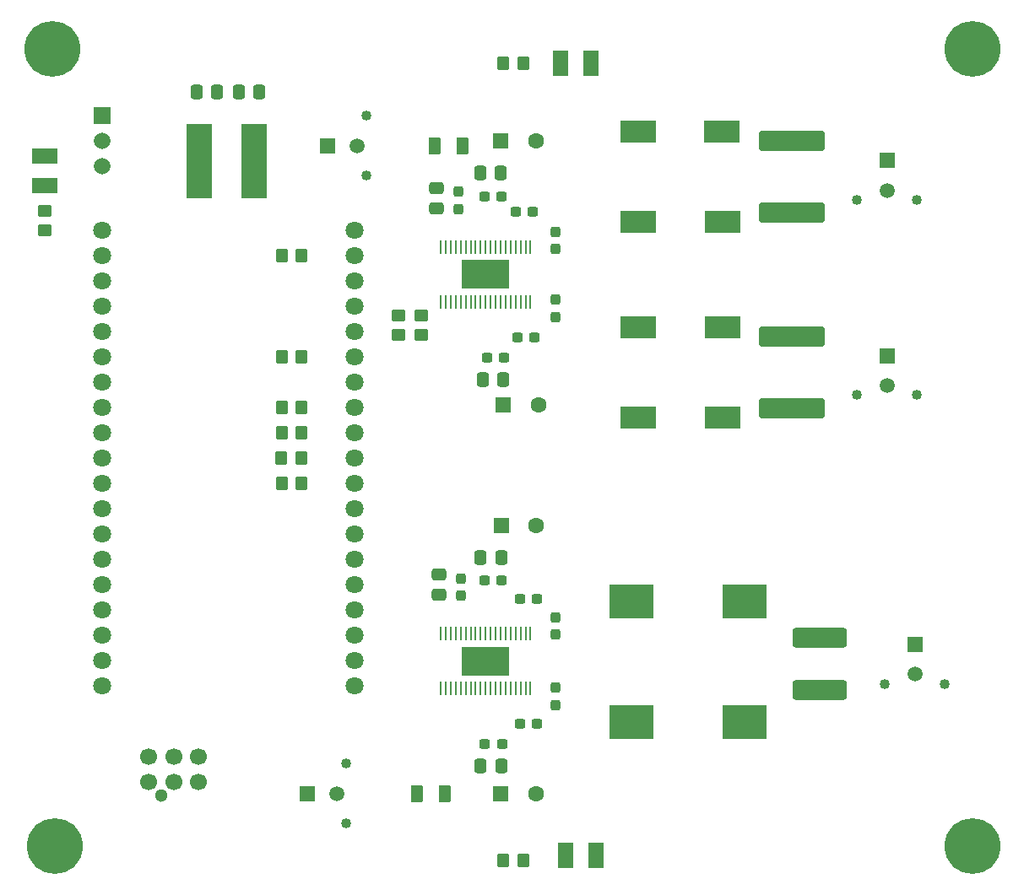
<source format=gts>
G04 #@! TF.GenerationSoftware,KiCad,Pcbnew,8.0.7-8.0.7-0~ubuntu22.04.1*
G04 #@! TF.CreationDate,2025-01-27T17:28:36+02:00*
G04 #@! TF.ProjectId,speaker_amp2,73706561-6b65-4725-9f61-6d70322e6b69,rev?*
G04 #@! TF.SameCoordinates,Original*
G04 #@! TF.FileFunction,Soldermask,Top*
G04 #@! TF.FilePolarity,Negative*
%FSLAX46Y46*%
G04 Gerber Fmt 4.6, Leading zero omitted, Abs format (unit mm)*
G04 Created by KiCad (PCBNEW 8.0.7-8.0.7-0~ubuntu22.04.1) date 2025-01-27 17:28:36*
%MOMM*%
%LPD*%
G01*
G04 APERTURE LIST*
G04 Aperture macros list*
%AMRoundRect*
0 Rectangle with rounded corners*
0 $1 Rounding radius*
0 $2 $3 $4 $5 $6 $7 $8 $9 X,Y pos of 4 corners*
0 Add a 4 corners polygon primitive as box body*
4,1,4,$2,$3,$4,$5,$6,$7,$8,$9,$2,$3,0*
0 Add four circle primitives for the rounded corners*
1,1,$1+$1,$2,$3*
1,1,$1+$1,$4,$5*
1,1,$1+$1,$6,$7*
1,1,$1+$1,$8,$9*
0 Add four rect primitives between the rounded corners*
20,1,$1+$1,$2,$3,$4,$5,0*
20,1,$1+$1,$4,$5,$6,$7,0*
20,1,$1+$1,$6,$7,$8,$9,0*
20,1,$1+$1,$8,$9,$2,$3,0*%
G04 Aperture macros list end*
%ADD10RoundRect,0.237500X0.300000X0.237500X-0.300000X0.237500X-0.300000X-0.237500X0.300000X-0.237500X0*%
%ADD11RoundRect,0.237500X0.237500X-0.300000X0.237500X0.300000X-0.237500X0.300000X-0.237500X-0.300000X0*%
%ADD12R,4.400000X3.400000*%
%ADD13RoundRect,0.250000X-0.337500X-0.475000X0.337500X-0.475000X0.337500X0.475000X-0.337500X0.475000X0*%
%ADD14R,2.600000X1.500000*%
%ADD15RoundRect,0.237500X-0.300000X-0.237500X0.300000X-0.237500X0.300000X0.237500X-0.300000X0.237500X0*%
%ADD16C,3.600000*%
%ADD17C,5.600000*%
%ADD18C,1.020000*%
%ADD19R,1.520000X1.520000*%
%ADD20C,1.520000*%
%ADD21RoundRect,0.250000X0.450000X-0.350000X0.450000X0.350000X-0.450000X0.350000X-0.450000X-0.350000X0*%
%ADD22RoundRect,0.250000X0.350000X0.450000X-0.350000X0.450000X-0.350000X-0.450000X0.350000X-0.450000X0*%
%ADD23R,0.212474X1.355433*%
%ADD24R,4.700001X2.899999*%
%ADD25R,3.600000X2.200000*%
%ADD26R,2.500000X7.500000*%
%ADD27R,1.500000X2.600000*%
%ADD28RoundRect,0.250000X0.375000X0.625000X-0.375000X0.625000X-0.375000X-0.625000X0.375000X-0.625000X0*%
%ADD29C,1.800000*%
%ADD30RoundRect,0.250000X0.337500X0.475000X-0.337500X0.475000X-0.337500X-0.475000X0.337500X-0.475000X0*%
%ADD31RoundRect,0.250000X-0.350000X-0.450000X0.350000X-0.450000X0.350000X0.450000X-0.350000X0.450000X0*%
%ADD32C,1.300000*%
%ADD33C,1.700000*%
%ADD34RoundRect,0.237500X-0.237500X0.300000X-0.237500X-0.300000X0.237500X-0.300000X0.237500X0.300000X0*%
%ADD35R,1.665000X1.665000*%
%ADD36C,1.665000*%
%ADD37RoundRect,0.277778X-3.022222X0.722222X-3.022222X-0.722222X3.022222X-0.722222X3.022222X0.722222X0*%
%ADD38RoundRect,0.249999X-2.450001X0.737501X-2.450001X-0.737501X2.450001X-0.737501X2.450001X0.737501X0*%
%ADD39RoundRect,0.250000X-0.475000X0.337500X-0.475000X-0.337500X0.475000X-0.337500X0.475000X0.337500X0*%
%ADD40RoundRect,0.250000X0.475000X-0.337500X0.475000X0.337500X-0.475000X0.337500X-0.475000X-0.337500X0*%
%ADD41R,1.600000X1.600000*%
%ADD42C,1.600000*%
G04 APERTURE END LIST*
D10*
X89462500Y-83350000D03*
X87737500Y-83350000D03*
X89612500Y-96000000D03*
X87887500Y-96000000D03*
D11*
X91750000Y-132862500D03*
X91750000Y-131137500D03*
D12*
X99300000Y-122500000D03*
X110700000Y-122500000D03*
D13*
X59962500Y-71350000D03*
X62037500Y-71350000D03*
D11*
X91750000Y-125812500D03*
X91750000Y-124087500D03*
D14*
X40500000Y-77750000D03*
X40500000Y-80750000D03*
D10*
X89862500Y-122200000D03*
X88137500Y-122200000D03*
D11*
X91750000Y-87112500D03*
X91750000Y-85387500D03*
X82250000Y-121912500D03*
X82250000Y-120187500D03*
D15*
X84600000Y-81825384D03*
X86325000Y-81825384D03*
D16*
X133500000Y-67000000D03*
D17*
X133500000Y-67000000D03*
D10*
X86312500Y-120350000D03*
X84587500Y-120350000D03*
D18*
X72775000Y-73739660D03*
X72775000Y-79739648D03*
D19*
X68835000Y-76739649D03*
D20*
X71834999Y-76739649D03*
D21*
X78250000Y-95750000D03*
X78250000Y-93750000D03*
D22*
X66250000Y-97930000D03*
X64250000Y-97930000D03*
D16*
X41500000Y-147000000D03*
D17*
X41500000Y-147000000D03*
D11*
X82000000Y-83092500D03*
X82000000Y-81367500D03*
D23*
X89212501Y-86875384D03*
X88712500Y-86875384D03*
X88212501Y-86875384D03*
X87712499Y-86875384D03*
X87212500Y-86875384D03*
X86712501Y-86875384D03*
X86212500Y-86875384D03*
X85712501Y-86875384D03*
X85212499Y-86875384D03*
X84712500Y-86875384D03*
X84212501Y-86875384D03*
X83712499Y-86875384D03*
X83212500Y-86875384D03*
X82712499Y-86875384D03*
X82212500Y-86875384D03*
X81712501Y-86875384D03*
X81212499Y-86875384D03*
X80712500Y-86875384D03*
X80212499Y-86875384D03*
X80212499Y-92426152D03*
X80712500Y-92426152D03*
X81212499Y-92426152D03*
X81712501Y-92426152D03*
X82212500Y-92426152D03*
X82712499Y-92426152D03*
X83212500Y-92426152D03*
X83712499Y-92426152D03*
X84212501Y-92426152D03*
X84712500Y-92426152D03*
X85212499Y-92426152D03*
X85712501Y-92426152D03*
X86212500Y-92426152D03*
X86712501Y-92426152D03*
X87212500Y-92426152D03*
X87712499Y-92426152D03*
X88212501Y-92426152D03*
X88712500Y-92426152D03*
X89212501Y-92426152D03*
D24*
X84712500Y-89650768D03*
D25*
X100050000Y-84350000D03*
X108450000Y-84350000D03*
D26*
X61500000Y-78250000D03*
X56000000Y-78250000D03*
D22*
X66250000Y-103010000D03*
X64250000Y-103010000D03*
D21*
X76000000Y-95750000D03*
X76000000Y-93750000D03*
D27*
X95750000Y-148000000D03*
X92750000Y-148000000D03*
D28*
X82400000Y-76750000D03*
X79600000Y-76750000D03*
D16*
X133500000Y-147000000D03*
D17*
X133500000Y-147000000D03*
D29*
X46250000Y-85230000D03*
X46250000Y-87770000D03*
X46250000Y-90310000D03*
X46250000Y-92850000D03*
X46250000Y-95390000D03*
X46250000Y-97930000D03*
X46250000Y-100470000D03*
X46250000Y-103010000D03*
X46250000Y-105550000D03*
X46250000Y-108090000D03*
X46250000Y-110630000D03*
X46250000Y-113170000D03*
X46250000Y-115710000D03*
X46250000Y-118250000D03*
X46250000Y-120790000D03*
X46250000Y-123330000D03*
X46250000Y-125870000D03*
X46250000Y-128410000D03*
X46250000Y-130950000D03*
X71590000Y-85230000D03*
X71590000Y-87770000D03*
X71590000Y-90310000D03*
X71590000Y-92850000D03*
X71590000Y-95390000D03*
X71590000Y-97930000D03*
X71590000Y-100470000D03*
X71590000Y-103010000D03*
X71590000Y-105550000D03*
X71590000Y-108090000D03*
X71590000Y-110630000D03*
X71590000Y-113170000D03*
X71590000Y-115710000D03*
X71590000Y-118250000D03*
X71590000Y-120790000D03*
X71590000Y-123330000D03*
X71590000Y-125870000D03*
X71590000Y-128410000D03*
X71590000Y-130950000D03*
D30*
X86287500Y-139000000D03*
X84212500Y-139000000D03*
D13*
X84425001Y-100250000D03*
X86500001Y-100250000D03*
D31*
X86500000Y-68500000D03*
X88500000Y-68500000D03*
D13*
X84175000Y-79500000D03*
X86250000Y-79500000D03*
D18*
X127950000Y-101750000D03*
X121950012Y-101750000D03*
D19*
X124950011Y-97810000D03*
D20*
X124950011Y-100809999D03*
D18*
X127950000Y-82150000D03*
X121950012Y-82150000D03*
D19*
X124950011Y-78210000D03*
D20*
X124950011Y-81209999D03*
D27*
X95250000Y-68500000D03*
X92250000Y-68500000D03*
D32*
X52185998Y-141909999D03*
D33*
X50936000Y-140569999D03*
X53436000Y-140569999D03*
X55936000Y-140569999D03*
X50936000Y-138069999D03*
X53436000Y-138069999D03*
X55936000Y-138069999D03*
D30*
X86287500Y-118100000D03*
X84212500Y-118100000D03*
D34*
X91750000Y-92187500D03*
X91750000Y-93912500D03*
D15*
X88137500Y-134750000D03*
X89862500Y-134750000D03*
D10*
X86362500Y-136750000D03*
X84637500Y-136750000D03*
D35*
X46250000Y-73670000D03*
D36*
X46250000Y-76210000D03*
X46250000Y-78750000D03*
D15*
X84850001Y-98000000D03*
X86575001Y-98000000D03*
D23*
X89212501Y-125687116D03*
X88712500Y-125687116D03*
X88212501Y-125687116D03*
X87712499Y-125687116D03*
X87212500Y-125687116D03*
X86712501Y-125687116D03*
X86212500Y-125687116D03*
X85712501Y-125687116D03*
X85212499Y-125687116D03*
X84712500Y-125687116D03*
X84212501Y-125687116D03*
X83712499Y-125687116D03*
X83212500Y-125687116D03*
X82712499Y-125687116D03*
X82212500Y-125687116D03*
X81712501Y-125687116D03*
X81212499Y-125687116D03*
X80712500Y-125687116D03*
X80212499Y-125687116D03*
X80212499Y-131237884D03*
X80712500Y-131237884D03*
X81212499Y-131237884D03*
X81712501Y-131237884D03*
X82212500Y-131237884D03*
X82712499Y-131237884D03*
X83212500Y-131237884D03*
X83712499Y-131237884D03*
X84212501Y-131237884D03*
X84712500Y-131237884D03*
X85212499Y-131237884D03*
X85712501Y-131237884D03*
X86212500Y-131237884D03*
X86712501Y-131237884D03*
X87212500Y-131237884D03*
X87712499Y-131237884D03*
X88212501Y-131237884D03*
X88712500Y-131237884D03*
X89212501Y-131237884D03*
D24*
X84712500Y-128462500D03*
D22*
X66250000Y-105550000D03*
X64250000Y-105550000D03*
D30*
X57787500Y-71350000D03*
X55712500Y-71350000D03*
D18*
X130749989Y-130740000D03*
X124750001Y-130740000D03*
D19*
X127750000Y-126800000D03*
D20*
X127750000Y-129799999D03*
D37*
X115450000Y-76250000D03*
X115450000Y-83450000D03*
D16*
X41250000Y-67000000D03*
D17*
X41250000Y-67000000D03*
D22*
X66250000Y-87770000D03*
X64250000Y-87770000D03*
D38*
X118250000Y-126112500D03*
X118250000Y-131387500D03*
D31*
X86500000Y-148500000D03*
X88500000Y-148500000D03*
D25*
X100050000Y-104000000D03*
X108450000Y-104000000D03*
D18*
X70750000Y-138750012D03*
X70750000Y-144750000D03*
D19*
X66810000Y-141750001D03*
D20*
X69809999Y-141750001D03*
D22*
X66200000Y-108090000D03*
X64200000Y-108090000D03*
D25*
X100000000Y-75350000D03*
X108400000Y-75350000D03*
D37*
X115450000Y-95900000D03*
X115450000Y-103100000D03*
D25*
X100050000Y-94950000D03*
X108450000Y-94950000D03*
D12*
X99300000Y-134550000D03*
X110700000Y-134550000D03*
D39*
X80000000Y-119762500D03*
X80000000Y-121837500D03*
D40*
X79750000Y-83037500D03*
X79750000Y-80962500D03*
D28*
X80650000Y-141750000D03*
X77850000Y-141750000D03*
D21*
X40500000Y-85250000D03*
X40500000Y-83250000D03*
D22*
X66250000Y-110630000D03*
X64250000Y-110630000D03*
D41*
X86297349Y-114850000D03*
D42*
X89797349Y-114850000D03*
D41*
X86250000Y-76250000D03*
D42*
X89750000Y-76250000D03*
D41*
X86250000Y-141750000D03*
D42*
X89750000Y-141750000D03*
D41*
X86500000Y-102750000D03*
D42*
X90000000Y-102750000D03*
M02*

</source>
